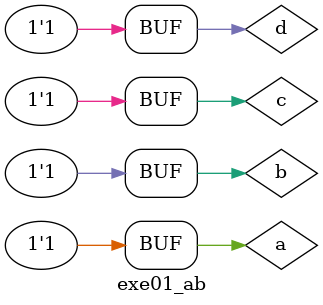
<source format=v>
/** 
Preparacao 01 - a e b 
Aluna: Izadora Galarza Alves
*/ 

// ---------------------
// -- SoP (Soma de Produtos)
// ---------------------
module SoP (output s1, 
input a, 
input b,
input c, 
input d);

assign s1 = (~a & ~b & c & ~d)   // 2
          | (~a & b & c & ~d)    // 6
          | (~a & b & c & d)     // 7
          | (a & b & ~c & ~d)    // 12
          | (a & b & c & ~d)     // 14
          | (a & b & c & d);     // 15

endmodule


module PoS (output s2, 
input a, 
input b, 
input c, 
input d);

assign s2 = (a|b|c|d)      // 0
          & (a|b|c|~d)     // 1
          & (a|b|~c|~d)    // 3
          & (a|~b|c|d)     // 4
          & (a|~b|c|~d)    // 5
          & (~a|b|c|d)     // 8
          & (~a|b|c|~d)    // 9
          & (~a|b|c|~d)    // 10 
          & (~a|b|~c|~d)   // 11
          & (~a|~b|c|~d);  // 13

endmodule

// ---------------------
// -- Testbench
// ---------------------
module exe01_ab;

reg a, b, c, d;
wire s1, s2;

SoP SOP1 (s1, a, b, c, d);
PoS POS1 (s2, a, b, c, d);

initial begin : start
  a = 1'bx; b = 1'bx; c = 1'bx; d = 1'bx;
end

initial begin : main
  // identificação
  $display("Exercicio 1 - A e B - Izadora Galarza Alves");
  $display("Test boolean expressions (SoP e PoS)");
  $display("a b c d = s1 s2");
  $monitor("%2b %2b %2b %2b = %2b %2b", a, b, c, d, s1, s2);

  // todas as combinações (m0 até m15)
  #1 a=0; b=0; c=0; d=0;  // m0
  #1 a=0; b=0; c=0; d=1;  // m1
  #1 a=0; b=0; c=1; d=0;  // m2
  #1 a=0; b=0; c=1; d=1;  // m3
  #1 a=0; b=1; c=0; d=0;  // m4
  #1 a=0; b=1; c=0; d=1;  // m5
  #1 a=0; b=1; c=1; d=0;  // m6
  #1 a=0; b=1; c=1; d=1;  // m7
  #1 a=1; b=0; c=0; d=0;  // m8
  #1 a=1; b=0; c=0; d=1;  // m9
  #1 a=1; b=0; c=1; d=0;  // m10
  #1 a=1; b=0; c=1; d=1;  // m11
  #1 a=1; b=1; c=0; d=0;  // m12
  #1 a=1; b=1; c=0; d=1;  // m13
  #1 a=1; b=1; c=1; d=0;  // m14
  #1 a=1; b=1; c=1; d=1;  // m15
end

endmodule

</source>
